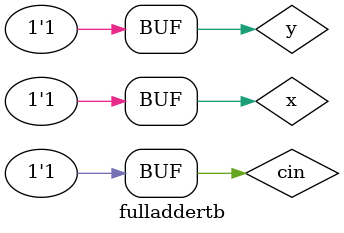
<source format=v>
/* 
Full Adder Module for bit Addition 
Written by referencedesigner.com 
*/
`timescale 1ns / 100ps 
 
module fulladdertb; 
 
reg x;
reg y;
reg cin;
 
wire sum;
wire cout;
 
 
fulladder uut (
.x(x),
.y(y),
.cin(cin),
.sum(sum),
.cout(cout)
);
 
initial
begin
/*x =0;
y =0;
cin =0;
#20; x =1;
#20; y =1;
#20; x =0;
#20; cin = 1;
#20; y = 0;
#20; x = 1; 
#20; y = 1;
#40;*/

// full test set
x =0;
y =0;
cin =0;
#20; cin =1;
#20; y =1;
     cin = 0;
#20; cin = 1;
#20; x = 1;
     y = 0;
	 cin = 0;
#20; cin = 1;
#20; cin = 0;
     y = 1;
#20; cin = 1;
#40;
	 




end
 
 
initial
begin
$monitor("time = %2d, x=%1b, y=%1b,cin =%1b, cout=%1b, sum=%1b", $time,x, y,cin,cout,sum);
end
 
endmodule
</source>
